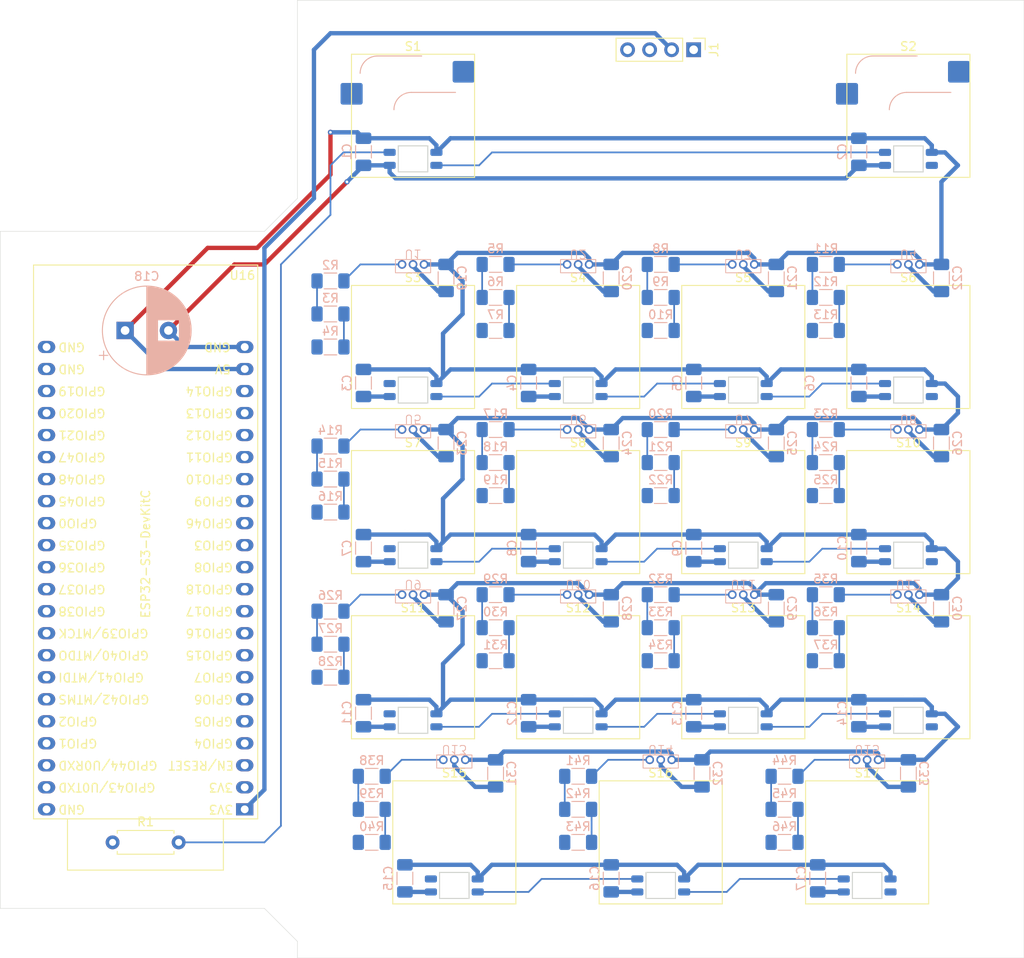
<source format=kicad_pcb>
(kicad_pcb (version 20241229) (generator "pcbnew") (generator_version "9.0")
  (layers (0 "F.Cu" signal) (2 "B.Cu" signal) (13 "F.Paste" user) (15 "B.Paste" user) (5 "F.SilkS" user "F.Silkscreen") (7 "B.SilkS" user "B.Silkscreen") (1 "F.Mask" user) (3 "B.Mask" user) (25 "Edge.Cuts" user))
  (net 0 "")
  (net 1 "GND")
  (net 2 "5V")
  (net 3 "Net-(D1-DIN)")
  (net 4 "Net-(D1-DOUT)")
  (net 5 "Net-(D2-DOUT)")
  (net 6 "Net-(D3-DOUT)")
  (net 7 "Net-(D4-DOUT)")
  (net 8 "Net-(D5-DOUT)")
  (net 9 "Net-(D6-DOUT)")
  (net 10 "Net-(D7-DOUT)")
  (net 11 "Net-(D8-DOUT)")
  (net 12 "Net-(D10-DIN)")
  (net 13 "Net-(D10-DOUT)")
  (net 14 "Net-(D11-DOUT)")
  (net 15 "Net-(D12-DOUT)")
  (net 16 "Net-(D13-DOUT)")
  (net 17 "Net-(D14-DOUT)")
  (net 18 "Net-(D15-DOUT)")
  (net 19 "Net-(D16-DOUT)")
  (net 21 "SCL")
  (net 22 "SDA")
  (net 23 "3.3V")
  (net 24 "DIN (LED)")
  (net 25 "1")
  (net 26 "Net-(U1-DOUT)")
  (net 27 "Net-(R3-Pad2)")
  (net 28 "Net-(U2-DOUT)")
  (net 29 "2")
  (net 30 "Net-(R6-Pad2)")
  (net 31 "Net-(U3-DOUT)")
  (net 32 "3")
  (net 33 "Net-(R10-Pad2)")
  (net 34 "Net-(U4-DOUT)")
  (net 35 "4")
  (net 36 "Net-(R12-Pad2)")
  (net 37 "Net-(U5-DOUT)")
  (net 38 "5")
  (net 39 "Net-(R15-Pad2)")
  (net 40 "Net-(U6-DOUT)")
  (net 41 "6")
  (net 42 "Net-(R18-Pad2)")
  (net 43 "Net-(U7-DOUT)")
  (net 44 "7")
  (net 45 "Net-(R21-Pad2)")
  (net 46 "Net-(U8-DOUT)")
  (net 47 "8")
  (net 48 "Net-(R24-Pad2)")
  (net 49 "9")
  (net 50 "Net-(U9-DOUT)")
  (net 51 "Net-(R27-Pad2)")
  (net 52 "10")
  (net 53 "Net-(U10-DOUT)")
  (net 54 "Net-(R30-Pad2)")
  (net 55 "11")
  (net 56 "Net-(U11-DOUT)")
  (net 57 "Net-(R33-Pad2)")
  (net 58 "Net-(U12-DOUT)")
  (net 59 "12")
  (net 60 "Net-(R36-Pad2)")
  (net 61 "13")
  (net 62 "Net-(U13-DOUT)")
  (net 63 "Net-(R39-Pad2)")
  (net 64 "14")
  (net 65 "Net-(U14-DOUT)")
  (net 66 "Net-(R42-Pad2)")
  (net 67 "15")
  (net 68 "Net-(U15-DOUT)")
  (net 69 "Net-(R45-Pad2)")
  (net 70 "ST1")
  (net 71 "ST2")
  (footprint "Sensor_Magnetic:SS49E_Back" (layer "F.Cu") (at 238.125 76.4)
    (property "Reference" "U8")
    (property "Value" "~")
  )
  (footprint "ScottoKeebs_MX:MX_HE_PCB_1.00u" (layer "F.Cu") (at 219.075 66.675)
    (property "Reference" "S5")
    (property "Value" "HE Switch")
  )
  (footprint "Sensor_Magnetic:SS49E_Back" (layer "F.Cu") (at 200.025 95.45)
    (property "Reference" "U10")
    (property "Value" "~")
  )
  (footprint "Resistor_SMD:R_1206_3216Metric_Pad1.30x1.75mm_HandSolder_BACK" (layer "F.Cu") (at 209.55 99.06)
    (property "Reference" "R33")
    (property "Value" "1kΩ")
  )
  (footprint "Resistor_SMD:R_1206_3216Metric_Pad1.30x1.75mm_HandSolder_BACK" (layer "F.Cu") (at 171.45 59.055)
    (property "Reference" "R2")
    (property "Value" "1kΩ")
  )
  (footprint "ScottoKeebs_Components:LED_SK6812MINI" (layer "F.Cu") (at 238.125 71.645)
    (property "Reference" "D6" (hide yes))
    (property "Value" "LED_SK6812MINI" (hide yes))
    (fp_line (start -1.7 -1.5) (end 1.7 -1.5) (stroke (width 0.12)) (layer "Edge.Cuts"))
    (fp_line (start -1.7 1.5) (end -1.7 -1.5) (stroke (width 0.12)) (layer "Edge.Cuts"))
    (fp_line (start 1.7 -1.5) (end 1.7 1.5) (stroke (width 0.12)) (layer "Edge.Cuts"))
    (fp_line (start 1.7 1.5) (end -1.7 1.5) (stroke (width 0.12)) (layer "Edge.Cuts"))
  )
  (footprint "Resistor_SMD:R_1206_3216Metric_Pad1.30x1.75mm_HandSolder_BACK" (layer "F.Cu") (at 190.5 76.2)
    (property "Reference" "R17")
    (property "Value" "1kΩ")
  )
  (footprint "Resistor_SMD:R_1206_3216Metric_Pad1.30x1.75mm_HandSolder_BACK" (layer "F.Cu") (at 200.025 123.825)
    (property "Reference" "R43")
    (property "Value" "1kΩ")
  )
  (footprint "ScottoKeebs_MX:MX_HE_PCB_1.25u" (layer "F.Cu") (at 185.7375 123.825)
    (property "Reference" "S15")
    (property "Value" "HE Switch")
  )
  (footprint "Capacitor_SMD:C_1206_3216Metric_Pad1.33x1.80mm_HandSolder_BACK" (layer "F.Cu") (at 203.835 77.7625 -90)
    (property "Reference" "C24")
    (property "Value" "0.1uf")
  )
  (footprint "ScottoKeebs_Hotswap:Hotswap_MX_1.00u" (layer "F.Cu") (at 238.125 40.005)
    (property "Reference" "S2")
    (property "Value" "Keyswitch")
  )
  (footprint "Resistor_SMD:R_1206_3216Metric_Pad1.30x1.75mm_HandSolder_BACK" (layer "F.Cu") (at 228.6 99.06)
    (property "Reference" "R36")
    (property "Value" "1kΩ")
  )
  (footprint "ScottoKeebs_MX:MX_HE_PCB_1.00u" (layer "F.Cu") (at 180.975 66.675)
    (property "Reference" "S3")
    (property "Value" "HE Switch")
  )
  (footprint "ScottoKeebs_Components:LED_SK6812MINI" (layer "F.Cu") (at 238.125 90.695)
    (property "Reference" "D10" (hide yes))
    (property "Value" "LED_SK6812MINI" (hide yes))
    (fp_line (start -1.7 -1.5) (end 1.7 -1.5) (stroke (width 0.12)) (layer "Edge.Cuts"))
    (fp_line (start -1.7 1.5) (end -1.7 -1.5) (stroke (width 0.12)) (layer "Edge.Cuts"))
    (fp_line (start 1.7 -1.5) (end 1.7 1.5) (stroke (width 0.12)) (layer "Edge.Cuts"))
    (fp_line (start 1.7 1.5) (end -1.7 1.5) (stroke (width 0.12)) (layer "Edge.Cuts"))
  )
  (footprint "Capacitor_SMD:C_1206_3216Metric_Pad1.33x1.80mm_HandSolder_BACK" (layer "F.Cu") (at 194.31 70.8275 -90)
    (property "Reference" "C4")
    (property "Value" "0.1uf")
  )
  (footprint "Resistor_SMD:R_1206_3216Metric_Pad1.30x1.75mm_HandSolder_BACK" (layer "F.Cu") (at 200.025 116.205)
    (property "Reference" "R41")
    (property "Value" "1kΩ")
  )
  (footprint "Resistor_SMD:R_1206_3216Metric_Pad1.30x1.75mm_HandSolder_BACK" (layer "F.Cu") (at 228.6 80.01)
    (property "Reference" "R24")
    (property "Value" "1kΩ")
  )
  (footprint "Resistor_SMD:R_1206_3216Metric_Pad1.30x1.75mm_HandSolder_BACK" (layer "F.Cu") (at 209.55 83.82)
    (property "Reference" "R22")
    (property "Value" "1kΩ")
  )
  (footprint "Capacitor_SMD:C_1206_3216Metric_Pad1.33x1.80mm_HandSolder_BACK" (layer "F.Cu") (at 238.125 115.8625 -90)
    (property "Reference" "C33")
    (property "Value" "0.1uf")
  )
  (footprint "Capacitor_SMD:C_1206_3216Metric_Pad1.33x1.80mm_HandSolder_BACK" (layer "F.Cu") (at 241.935 96.8125 -90)
    (property "Reference" "C30")
    (property "Value" "0.1uf")
  )
  (footprint "Resistor_SMD:R_1206_3216Metric_Pad1.30x1.75mm_HandSolder_BACK" (layer "F.Cu") (at 228.6 64.77)
    (property "Reference" "R13")
    (property "Value" "1kΩ")
  )
  (footprint "Resistor_SMD:R_1206_3216Metric_Pad1.30x1.75mm_HandSolder_BACK" (layer "F.Cu") (at 190.5 60.96)
    (property "Reference" "R6")
    (property "Value" "1kΩ")
  )
  (footprint "ScottoKeebs_Components:LED_SK6812MINI" (layer "F.Cu") (at 200.025 109.745)
    (property "Reference" "D12" (hide yes))
    (property "Value" "LED_SK6812MINI" (hide yes))
    (fp_line (start -1.7 -1.5) (end 1.7 -1.5) (stroke (width 0.12)) (layer "Edge.Cuts"))
    (fp_line (start -1.7 1.5) (end -1.7 -1.5) (stroke (width 0.12)) (layer "Edge.Cuts"))
    (fp_line (start 1.7 -1.5) (end 1.7 1.5) (stroke (width 0.12)) (layer "Edge.Cuts"))
    (fp_line (start 1.7 1.5) (end -1.7 1.5) (stroke (width 0.12)) (layer "Edge.Cuts"))
  )
  (footprint "ScottoKeebs_MX:MX_HE_PCB_1.00u" (layer "F.Cu") (at 200.025 66.675)
    (property "Reference" "S4")
    (property "Value" "HE Switch")
  )
  (footprint "Capacitor_SMD:C_1206_3216Metric_Pad1.33x1.80mm_HandSolder_BACK" (layer "F.Cu") (at 190.5 115.8625 -90)
    (property "Reference" "C31")
    (property "Value" "0.1uf")
  )
  (footprint "Capacitor_SMD:C_1206_3216Metric_Pad1.33x1.80mm_HandSolder_BACK" (layer "F.Cu") (at 222.885 77.7625 -90)
    (property "Reference" "C25")
    (property "Value" "0.1uf")
  )
  (footprint "Sensor_Magnetic:SS49E_Back" (layer "F.Cu") (at 180.975 76.4)
    (property "Reference" "U5")
    (property "Value" "~")
  )
  (footprint "Capacitor_SMD:C_1206_3216Metric_Pad1.33x1.80mm_HandSolder_BACK" (layer "F.Cu") (at 222.885 58.7125 -90)
    (property "Reference" "C21")
    (property "Value" "0.1uf")
  )
  (footprint "Resistor_SMD:R_1206_3216Metric_Pad1.30x1.75mm_HandSolder_BACK" (layer "F.Cu") (at 200.025 120.015)
    (property "Reference" "R42")
    (property "Value" "1kΩ")
  )
  (footprint "Capacitor_SMD:C_1206_3216Metric_Pad1.33x1.80mm_HandSolder_BACK" (layer "F.Cu") (at 184.785 58.7125 -90)
    (property "Reference" "C19")
    (property "Value" "0.1uf")
  )
  (footprint "Capacitor_SMD:C_1206_3216Metric_Pad1.33x1.80mm_HandSolder_BACK" (layer "F.Cu") (at 203.835 127.9775 -90)
    (property "Reference" "C16")
    (property "Value" "0.1uf")
  )
  (footprint "Capacitor_SMD:C_1206_3216Metric_Pad1.33x1.80mm_HandSolder_BACK" (layer "F.Cu") (at 241.935 58.7125 -90)
    (property "Reference" "C22")
    (property "Value" "0.1uf")
  )
  (footprint "Capacitor_SMD:C_1206_3216Metric_Pad1.33x1.80mm_HandSolder_BACK" (layer "F.Cu") (at 180.0352 127.9775 -90)
    (property "Reference" "C15")
    (property "Value" "0.1uf")
  )
  (footprint "Resistor_THT:R_Axial_DIN0207_L6.3mm_D2.5mm_P7.62mm_Horizontal" (layer "F.Cu") (at 146.315 123.825)
    (property "Reference" "R1")
    (property "Value" "220Ω")
  )
  (footprint "Capacitor_SMD:C_1206_3216Metric_Pad1.33x1.80mm_HandSolder_BACK" (layer "F.Cu") (at 213.36 70.8275 -90)
    (property "Reference" "C5")
    (property "Value" "0.1uf")
  )
  (footprint "Resistor_SMD:R_1206_3216Metric_Pad1.30x1.75mm_HandSolder_BACK" (layer "F.Cu") (at 223.8375 120.015)
    (property "Reference" "R45")
    (property "Value" "1kΩ")
  )
  (footprint "Resistor_SMD:R_1206_3216Metric_Pad1.30x1.75mm_HandSolder_BACK" (layer "F.Cu") (at 209.55 102.87)
    (property "Reference" "R34")
    (property "Value" "1kΩ")
  )
  (footprint "ScottoKeebs_MX:MX_HE_PCB_1.00u" (layer "F.Cu") (at 180.975 104.775)
    (property "Reference" "S11")
    (property "Value" "HE Switch")
  )
  (footprint "Capacitor_SMD:C_1206_3216Metric_Pad1.33x1.80mm_HandSolder_BACK" (layer "F.Cu") (at 194.31 89.8775 -90)
    (property "Reference" "C8")
    (property "Value" "0.1uf")
  )
  (footprint "Capacitor_SMD:C_1206_3216Metric_Pad1.33x1.80mm_HandSolder_BACK" (layer "F.Cu") (at 213.36 108.9275 -90)
    (property "Reference" "C13")
    (property "Value" "0.1uf")
  )
  (footprint "Resistor_SMD:R_1206_3216Metric_Pad1.30x1.75mm_HandSolder_BACK" (layer "F.Cu") (at 190.5 80.01)
    (property "Reference" "R18")
    (property "Value" "1kΩ")
  )
  (footprint "ScottoKeebs_Components:LED_SK6812MINI" (layer "F.Cu") (at 180.975 109.745)
    (property "Reference" "D11" (hide yes))
    (property "Value" "LED_SK6812MINI" (hide yes))
    (fp_line (start -1.7 -1.5) (end 1.7 -1.5) (stroke (width 0.12)) (layer "Edge.Cuts"))
    (fp_line (start -1.7 1.5) (end -1.7 -1.5) (stroke (width 0.12)) (layer "Edge.Cuts"))
    (fp_line (start 1.7 -1.5) (end 1.7 1.5) (stroke (width 0.12)) (layer "Edge.Cuts"))
    (fp_line (start 1.7 1.5) (end -1.7 1.5) (stroke (width 0.12)) (layer "Edge.Cuts"))
  )
  (footprint "Sensor_Magnetic:SS49E_Back" (layer "F.Cu") (at 219.075 57.35)
    (property "Reference" "U3")
    (property "Value" "~")
  )
  (footprint "ScottoKeebs_MX:MX_HE_PCB_1.00u" (layer "F.Cu") (at 238.125 66.675)
    (property "Reference" "S6")
    (property "Value" "HE Switch")
  )
  (footprint "Resistor_SMD:R_1206_3216Metric_Pad1.30x1.75mm_HandSolder_BACK" (layer "F.Cu") (at 228.6 102.87)
    (property "Reference" "R37")
    (property "Value" "1kΩ")
  )
  (footprint "Sensor_Magnetic:SS49E_Back" (layer "F.Cu") (at 200.025 76.4)
    (property "Reference" "U6")
    (property "Value" "~")
  )
  (footprint "ScottoKeebs_Components:LED_SK6812MINI" (layer "F.Cu") (at 200.025 71.645)
    (property "Reference" "D4" (hide yes))
    (property "Value" "LED_SK6812MINI" (hide yes))
    (fp_line (start -1.7 -1.5) (end 1.7 -1.5) (stroke (width 0.12)) (layer "Edge.Cuts"))
    (fp_line (start -1.7 1.5) (end -1.7 -1.5) (stroke (width 0.12)) (layer "Edge.Cuts"))
    (fp_line (start 1.7 -1.5) (end 1.7 1.5) (stroke (width 0.12)) (layer "Edge.Cuts"))
    (fp_line (start 1.7 1.5) (end -1.7 1.5) (stroke (width 0.12)) (layer "Edge.Cuts"))
  )
  (footprint "ScottoKeebs_Components:LED_SK6812MINI" (layer "F.Cu") (at 233.3625 128.795)
    (property "Reference" "D17" (hide yes))
    (property "Value" "LED_SK6812MINI" (hide yes))
    (fp_line (start -1.7 -1.5) (end 1.7 -1.5) (stroke (width 0.12)) (layer "Edge.Cuts"))
    (fp_line (start -1.7 1.5) (end -1.7 -1.5) (stroke (width 0.12)) (layer "Edge.Cuts"))
    (fp_line (start 1.7 -1.5) (end 1.7 1.5) (stroke (width 0.12)) (layer "Edge.Cuts"))
    (fp_line (start 1.7 1.5) (end -1.7 1.5) (stroke (width 0.12)) (layer "Edge.Cuts"))
  )
  (footprint "Capacitor_SMD:C_1206_3216Metric_Pad1.33x1.80mm_HandSolder_BACK" (layer "F.Cu") (at 214.3125 115.8625 -90)
    (property "Reference" "C32")
    (property "Value" "0.1uf")
  )
  (footprint "Capacitor_SMD:C_1206_3216Metric_Pad1.33x1.80mm_HandSolder_BACK" (layer "F.Cu") (at 175.26 108.9275 -90)
    (property "Reference" "C11")
    (property "Value" "0.1uf")
  )
  (footprint "Resistor_SMD:R_1206_3216Metric_Pad1.30x1.75mm_HandSolder_BACK" (layer "F.Cu") (at 171.45 78.105)
    (property "Reference" "R14")
    (property "Value" "1kΩ")
  )
  (footprint "Sensor_Magnetic:SS49E_Back" (layer "F.Cu") (at 238.125 95.45)
    (property "Reference" "U12")
    (property "Value" "~")
  )
  (footprint "ScottoKeebs_Components:LED_SK6812MINI" (layer "F.Cu") (at 219.075 71.645)
    (property "Reference" "D5" (hide yes))
    (property "Value" "LED_SK6812MINI" (hide yes))
    (fp_line (start -1.7 -1.5) (end 1.7 -1.5) (stroke (width 0.12)) (layer "Edge.Cuts"))
    (fp_line (start -1.7 1.5) (end -1.7 -1.5) (stroke (width 0.12)) (layer "Edge.Cuts"))
    (fp_line (start 1.7 -1.5) (end 1.7 1.5) (stroke (width 0.12)) (layer "Edge.Cuts"))
    (fp_line (start 1.7 1.5) (end -1.7 1.5) (stroke (width 0.12)) (layer "Edge.Cuts"))
  )
  (footprint "ScottoKeebs_MX:MX_HE_PCB_1.25u" (layer "F.Cu") (at 233.3625 123.825)
    (property "Reference" "S17")
    (property "Value" "HE Switch")
  )
  (footprint "Capacitor_SMD:C_1206_3216Metric_Pad1.33x1.80mm_HandSolder_BACK" (layer "F.Cu") (at 184.785 96.8125 -90)
    (property "Reference" "C27")
    (property "Value" "0.1uf")
  )
  (footprint "Capacitor_SMD:C_1206_3216Metric_Pad1.33x1.80mm_HandSolder_BACK" (layer "F.Cu") (at 232.41 108.9275 -90)
    (property "Reference" "C14")
    (property "Value" "0.1uf")
  )
  (footprint "Capacitor_SMD:C_1206_3216Metric_Pad1.33x1.80mm_HandSolder_BACK" (layer "F.Cu") (at 203.835 96.8125 -90)
    (property "Reference" "C28")
    (property "Value" "0.1uf")
  )
  (footprint "ScottoKeebs_MX:MX_HE_PCB_1.00u" (layer "F.Cu") (at 238.125 85.725)
    (property "Reference" "S10")
    (property "Value" "HE Switch")
  )
  (footprint "Sensor_Magnetic:SS49E_Back" (layer "F.Cu") (at 200.025 57.35)
    (property "Reference" "U2")
    (property "Value" "~")
  )
  (footprint "ScottoKeebs_MX:MX_HE_PCB_1.00u" (layer "F.Cu") (at 200.025 104.775)
    (property "Reference" "S12")
    (property "Value" "HE Switch")
  )
  (footprint "Sensor_Magnetic:SS49E_Back" (layer "F.Cu") (at 219.075 76.4)
    (property "Reference" "U7")
    (property "Value" "~")
  )
  (footprint "Resistor_SMD:R_1206_3216Metric_Pad1.30x1.75mm_HandSolder_BACK" (layer "F.Cu") (at 190.5 95.25)
    (property "Reference" "R29")
    (property "Value" "1kΩ")
  )
  (footprint "Resistor_SMD:R_1206_3216Metric_Pad1.30x1.75mm_HandSolder_BACK" (layer "F.Cu") (at 190.5 99.06)
    (property "Reference" "R30")
    (property "Value" "1kΩ")
  )
  (footprint "Sensor_Magnetic:SS49E_Back" (layer "F.Cu") (at 209.55 114.5)
    (property "Reference" "U14")
    (property "Value" "~")
  )
  (footprint "Capacitor_SMD:C_1206_3216Metric_Pad1.33x1.80mm_HandSolder_BACK" (layer "F.Cu") (at 175.26 44.1575 -90)
    (property "Reference" "C1")
    (property "Value" "0.1uf")
  )
  (footprint "Connector_PinHeader_2.54mm:PinHeader_1x04_P2.54mm_Vertical" (layer "F.Cu") (at 213.35 32.385 -90)
    (property "Reference" "J1")
    (property "Value" "I2C OLED")
  )
  (footprint "Resistor_SMD:R_1206_3216Metric_Pad1.30x1.75mm_HandSolder_BACK" (layer "F.Cu") (at 209.55 64.77)
    (property "Reference" "R10")
    (property "Value" "1kΩ")
  )
  (footprint "ScottoKeebs_Components:LED_SK6812MINI" (layer "F.Cu") (at 180.975 44.97)
    (property "Reference" "D1" (hide yes))
    (property "Value" "LED_SK6812MINI" (hide yes))
    (fp_line (start -1.7 -1.5) (end 1.7 -1.5) (stroke (width 0.12)) (layer "Edge.Cuts"))
    (fp_line (start -1.7 1.5) (end -1.7 -1.5) (stroke (width 0.12)) (layer "Edge.Cuts"))
    (fp_line (start 1.7 -1.5) (end 1.7 1.5) (stroke (width 0.12)) (layer "Edge.Cuts"))
    (fp_line (start 1.7 1.5) (end -1.7 1.5) (stroke (width 0.12)) (layer "Edge.Cuts"))
  )
  (footprint "Resistor_SMD:R_1206_3216Metric_Pad1.30x1.75mm_HandSolder_BACK" (layer "F.Cu") (at 228.6 57.15)
    (property "Reference" "R11")
    (property "Value" "1kΩ")
  )
  (footprint "ScottoKeebs_Components:LED_SK6812MINI" (layer "F.Cu") (at 238.125 109.745)
    (property "Reference" "D14" (hide yes))
    (property "Value" "LED_SK6812MINI" (hide yes))
    (fp_line (start -1.7 -1.5) (end 1.7 -1.5) (stroke (width 0.12)) (layer "Edge.Cuts"))
    (fp_line (start -1.7 1.5) (end -1.7 -1.5) (stroke (width 0.12)) (layer "Edge.Cuts"))
    (fp_line (start 1.7 -1.5) (end 1.7 1.5) (stroke (width 0.12)) (layer "Edge.Cuts"))
    (fp_line (start 1.7 1.5) (end -1.7 1.5) (stroke (width 0.12)) (layer "Edge.Cuts"))
  )
  (footprint "Resistor_SMD:R_1206_3216Metric_Pad1.30x1.75mm_HandSolder_BACK" (layer "F.Cu") (at 171.45 85.725)
    (property "Reference" "R16")
    (property "Value" "1kΩ")
  )
  (footprint "Resistor_SMD:R_1206_3216Metric_Pad1.30x1.75mm_HandSolder_BACK" (layer "F.Cu") (at 228.6 76.2)
    (property "Reference" "R23")
    (property "Value" "1kΩ")
  )
  (footprint "Resistor_SMD:R_1206_3216Metric_Pad1.30x1.75mm_HandSolder_BACK" (layer "F.Cu") (at 209.55 76.2)
    (property "Reference" "R20")
    (property "Value" "1kΩ")
  )
  (footprint "Capacitor_SMD:C_1206_3216Metric_Pad1.33x1.80mm_HandSolder_BACK" (layer "F.Cu") (at 232.41 44.1575 -90)
    (property "Reference" "C2")
    (property "Value" "0.1uf")
  )
  (footprint "Resistor_SMD:R_1206_3216Metric_Pad1.30x1.75mm_HandSolder_BACK" (layer "F.Cu") (at 209.55 95.25)
    (property "Reference" "R32")
    (property "Value" "1kΩ")
  )
  (footprint "ScottoKeebs_MX:MX_HE_PCB_1.00u" (layer "F.Cu") (at 180.975 85.725)
    (property "Reference" "S7")
    (property "Value" "HE Switch")
  )
  (footprint "Resistor_SMD:R_1206_3216Metric_Pad1.30x1.75mm_HandSolder_BACK" (layer "F.Cu") (at 223.8375 123.825)
    (property "Reference" "R46")
    (property "Value" "1kΩ")
  )
  (footprint "ScottoKeebs_Components:LED_SK6812MINI" (layer "F.Cu") (at 238.125 44.975)
    (property "Reference" "D2" (hide yes))
    (property "Value" "LED_SK6812MINI" (hide yes))
    (fp_line (start -1.7 -1.5) (end 1.7 -1.5) (stroke (width 0.12)) (layer "Edge.Cuts"))
    (fp_line (start -1.7 1.5) (end -1.7 -1.5) (stroke (width 0.12)) (layer "Edge.Cuts"))
    (fp_line (start 1.7 -1.5) (end 1.7 1.5) (stroke (width 0.12)) (layer "Edge.Cuts"))
    (fp_line (start 1.7 1.5) (end -1.7 1.5) (stroke (width 0.12)) (layer "Edge.Cuts"))
  )
  (footprint "Capacitor_SMD:C_1206_3216Metric_Pad1.33x1.80mm_HandSolder_BACK" (layer "F.Cu") (at 232.41 89.8775 -90)
    (property "Reference" "C10")
    (property "Value" "0.1uf")
  )
  (footprint "Capacitor_SMD:C_1206_3216Metric_Pad1.33x1.80mm_HandSolder_BACK" (layer "F.Cu") (at 213.36 89.8775 -90)
    (property "Reference" "C9")
    (property "Value" "0.1uf")
  )
  (footprint "Resistor_SMD:R_1206_3216Metric_Pad1.30x1.75mm_HandSolder_BACK" (layer "F.Cu") (at 228.6 95.25)
    (property "Reference" "R35")
    (property "Value" "1kΩ")
  )
  (footprint "Resistor_SMD:R_1206_3216Metric_Pad1.30x1.75mm_HandSolder_BACK" (layer "F.Cu") (at 209.55 60.96)
    (property "Reference" "R9")
    (property "Value" "1kΩ")
  )
  (footprint "Capacitor_SMD:C_1206_3216Metric_Pad1.33x1.80mm_HandSolder_BACK" (layer "F.Cu") (at 175.26 70.8275 -90)
    (property "Reference" "C3")
    (property "Value" "0.1uf")
  )
  (footprint "ScottoKeebs_Components:LED_SK6812MINI" (layer "F.Cu") (at 209.55 128.795)
    (property "Reference" "D16" (hide yes))
    (property "Value" "LED_SK6812MINI" (hide yes))
    (fp_line (start -1.7 -1.5) (end 1.7 -1.5) (stroke (width 0.12)) (layer "Edge.Cuts"))
    (fp_line (start -1.7 1.5) (end -1.7 -1.5) (stroke (width 0.12)) (layer "Edge.Cuts"))
    (fp_line (start 1.7 -1.5) (end 1.7 1.5) (stroke (width 0.12)) (layer "Edge.Cuts"))
    (fp_line (start 1.7 1.5) (end -1.7 1.5) (stroke (width 0.12)) (layer "Edge.Cuts"))
  )
  (footprint "Capacitor_THT:CP_Radial_D10.0mm_P5.00mm" (layer "F.Cu") (at 147.757323 64.77)
    (property "Reference" "C18")
    (property "Value" "1000uf")
  )
  (footprint "Resistor_SMD:R_1206_3216Metric_Pad1.30x1.75mm_HandSolder_BACK" (layer "F.Cu") (at 176.2125 116.205)
    (property "Reference" "R38")
    (property "Value" "1kΩ")
  )
  (footprint "ScottoKeebs_Components:LED_SK6812MINI" (layer "F.Cu") (at 185.7375 128.795)
    (property "Reference" "D15" (hide yes))
    (property "Value" "LED_SK6812MINI" (hide yes))
    (fp_line (start -1.7 -1.5) (end 1.7 -1.5) (stroke (width 0.12)) (layer "Edge.Cuts"))
    (fp_line (start -1.7 1.5) (end -1.7 -1.5) (stroke (width 0.12)) (layer "Edge.Cuts"))
    (fp_line (start 1.7 -1.5) (end 1.7 1.5) (stroke (width 0.12)) (layer "Edge.Cuts"))
    (fp_line (start 1.7 1.5) (end -1.7 1.5) (stroke (width 0.12)) (layer "Edge.Cuts"))
  )
  (footprint "Sensor_Magnetic:SS49E_Back" (layer "F.Cu") (at 180.975 95.45)
    (property "Reference" "U9")
    (property "Value" "~")
  )
  (footprint "Capacitor_SMD:C_1206_3216Metric_Pad1.33x1.80mm_HandSolder_BACK" (layer "F.Cu") (at 194.31 108.9275 -90)
    (property "Reference" "C12")
    (property "Value" "0.1uf")
  )
  (footprint "Resistor_SMD:R_1206_3216Metric_Pad1.30x1.75mm_HandSolder_BACK" (layer "F.Cu") (at 171.45 97.155)
    (property "Reference" "R26")
    (property "Value" "1kΩ")
  )
  (footprint "ScottoKeebs_Hotswap:Hotswap_MX_1.00u" (layer "F.Cu") (at 180.975 40.005)
    (property "Reference" "S1")
    (property "Value" "Keyswitch")
  )
  (footprint "Resistor_SMD:R_1206_3216Metric_Pad1.30x1.75mm_HandSolder_BACK" (layer "F.Cu") (at 176.2125 120.015)
    (property "Reference" "R39")
    (property "Value" "1kΩ")
  )
  (footprint "Resistor_SMD:R_1206_3216Metric_Pad1.30x1.75mm_HandSolder_BACK" (layer "F.Cu") (at 190.5 64.77)
    (property "Reference" "R7")
    (property "Value" "1kΩ")
  )
  (footprint "ScottoKeebs_Components:LED_SK6812MINI" (layer "F.Cu") (at 200.025 90.695)
    (property "Reference" "D8" (hide yes))
    (property "Value" "LED_SK6812MINI" (hide yes))
    (fp_line (start -1.7 -1.5) (end 1.7 -1.5) (stroke (width 0.12)) (layer "Edge.Cuts"))
    (fp_line (start -1.7 1.5) (end -1.7 -1.5) (stroke (width 0.12)) (layer "Edge.Cuts"))
    (fp_line (start 1.7 -1.5) (end 1.7 1.5) (stroke (width 0.12)) (layer "Edge.Cuts"))
    (fp_line (start 1.7 1.5) (end -1.7 1.5) (stroke (width 0.12)) (layer "Edge.Cuts"))
  )
  (footprint "ScottoKeebs_MX:MX_HE_PCB_1.00u" (layer "F.Cu") (at 238.125 104.775)
    (property "Reference" "S14")
    (property "Value" "HE Switch")
  )
  (footprint "Sensor_Magnetic:SS49E_Back" (layer "F.Cu") (at 180.975 57.35)
    (property "Reference" "U1")
    (property "Value" "~")
  )
  (footprint "ScottoKeebs_Components:LED_SK6812MINI" (layer "F.Cu") (at 219.075 90.695)
    (property "Reference" "D9" (hide yes))
    (property "Value" "LED_SK6812MINI" (hide yes))
    (fp_line (start -1.7 -1.5) (end 1.7 -1.5) (stroke (width 0.12)) (layer "Edge.Cuts"))
    (fp_line (start -1.7 1.5) (end -1.7 -1.5) (stroke (width 0.12)) (layer "Edge.Cuts"))
    (fp_line (start 1.7 -1.5) (end 1.7 1.5) (stroke (width 0.12)) (layer "Edge.Cuts"))
    (fp_line (start 1.7 1.5) (end -1.7 1.5) (stroke (width 0.12)) (layer "Edge.Cuts"))
  )
  (footprint "Resistor_SMD:R_1206_3216Metric_Pad1.30x1.75mm_HandSolder_BACK" (layer "F.Cu") (at 223.8375 116.205)
    (property "Reference" "R44")
    (property "Value" "1kΩ")
  )
  (footprint "PCM_Espressif:ESP32-S3-DevKitC" (layer "F.Cu") (at 161.555 120.015 180)
    (property "Reference" "U16")
    (property "Value" "ESP32-S3-DevKitC")
  )
  (footprint "Resistor_SMD:R_1206_3216Metric_Pad1.30x1.75mm_HandSolder_BACK" (layer "F.Cu") (at 209.55 80.01)
    (property "Reference" "R21")
    (property "Value" "1kΩ")
  )
  (footprint "Sensor_Magnetic:SS49E_Back" (layer "F.Cu") (at 185.7375 114.5)
    (property "Reference" "U13")
    (property "Value" "~")
  )
  (footprint "Resistor_SMD:R_1206_3216Metric_Pad1.30x1.75mm_HandSolder_BACK" (layer "F.Cu") (at 171.45 100.965)
    (property "Reference" "R27")
    (property "Value" "1kΩ")
  )
  (footprint "ScottoKeebs_Components:LED_SK6812MINI" (layer "F.Cu") (at 180.975 71.645)
    (property "Reference" "D3" (hide yes))
    (property "Value" "LED_SK6812MINI" (hide yes))
    (fp_line (start -1.7 -1.5) (end 1.7 -1.5) (stroke (width 0.12)) (layer "Edge.Cuts"))
    (fp_line (start -1.7 1.5) (end -1.7 -1.5) (stroke (width 0.12)) (layer "Edge.Cuts"))
    (fp_line (start 1.7 -1.5) (end 1.7 1.5) (stroke (width 0.12)) (layer "Edge.Cuts"))
    (fp_line (start 1.7 1.5) (end -1.7 1.5) (stroke (width 0.12)) (layer "Edge.Cuts"))
  )
  (footprint "Sensor_Magnetic:SS49E_Back" (layer "F.Cu") (at 238.125 57.35)
    (property "Reference" "U4")
    (property "Value" "~")
  )
  (footprint "Resistor_SMD:R_1206_3216Metric_Pad1.30x1.75mm_HandSolder_BACK" (layer "F.Cu") (at 228.6 60.96)
    (property "Reference" "R12")
    (property "Value" "1kΩ")
  )
  (footprint "Capacitor_SMD:C_1206_3216Metric_Pad1.33x1.80mm_HandSolder_BACK" (layer "F.Cu") (at 227.6602 127.9775 -90)
    (property "Reference" "C17")
    (property "Value" "0.1uf")
  )
  (footprint "Resistor_SMD:R_1206_3216Metric_Pad1.30x1.75mm_HandSolder_BACK" (layer "F.Cu") (at 171.45 104.775)
    (property "Reference" "R28")
    (property "Value" "1kΩ")
  )
  (footprint "Capacitor_SMD:C_1206_3216Metric_Pad1.33x1.80mm_HandSolder_BACK" (layer "F.Cu") (at 203.835 58.7125 -90)
    (property "Reference" "C20")
    (property "Value" "0.1uf")
  )
  (footprint "ScottoKeebs_MX:MX_HE_PCB_1.00u" (layer "F.Cu") (at 219.075 104.775)
    (property "Reference" "S13")
    (property "Value" "HE Switch")
  )
  (footprint "Capacitor_SMD:C_1206_3216Metric_Pad1.33x1.80mm_HandSolder_BACK" (layer "F.Cu") (at 175.26 89.8775 -90)
    (property "Reference" "C7")
    (property "Value" "0.1uf")
  )
  (footprint "Resistor_SMD:R_1206_3216Metric_Pad1.30x1.75mm_HandSolder_BACK" (layer "F.Cu") (at 190.5 102.87)
    (property "Reference" "R31")
    (property "Value" "1kΩ")
  )
  (footprint "ScottoKeebs_MX:MX_HE_PCB_1.00u" (layer "F.Cu") (at 200.025 85.725)
    (property "Reference" "S8")
    (property "Value" "HE Switch")
  )
  (footprint "Resistor_SMD:R_1206_3216Metric_Pad1.30x1.75mm_HandSolder_BACK" (layer "F.Cu") (at 228.6 83.82)
    (property "Reference" "R25")
    (property "Value" "1kΩ")
  )
  (footprint "Capacitor_SMD:C_1206_3216Metric_Pad1.33x1.80mm_HandSolder_BACK" (layer "F.Cu") (at 232.41 70.8275 -90)
    (property "Reference" "C6")
    (property "Value" "0.1uf")
  )
  (footprint "Sensor_Magnetic:SS49E_Back" (layer "F.Cu") (at 233.3625 114.5)
    (property "Reference" "U15")
    (property "Value" "~")
  )
  (footprint "Resistor_SMD:R_1206_3216Metric_Pad1.30x1.75mm_HandSolder_BACK" (layer "F.Cu") (at 171.45 62.865)
    (property "Reference" "R3")
    (property "Value" "1kΩ")
  )
  (footprint "Resistor_SMD:R_1206_3216Metric_Pad1.30x1.75mm_HandSolder_BACK" (layer "F.Cu") (at 176.2125 123.825)
    (property "Reference" "R40")
    (property "Value" "1kΩ")
  )
  (footprint "Capacitor_SMD:C_1206_3216Metric_Pad1.33x1.80mm_HandSolder_BACK" (layer "F.Cu") (at 241.935 77.7625 -90)
    (property "Reference" "C26")
    (property "Value" "0.1uf")
  )
  (footprint "Resistor_SMD:R_1206_3216Metric_Pad1.30x1.75mm_HandSolder_BACK" (layer "F.Cu") (at 171.45 66.675)
    (property "Reference" "R4")
    (property "Value" "1kΩ")
  )
  (footprint "Resistor_SMD:R_1206_3216Metric_Pad1.30x1.75mm_HandSolder_BACK" (layer "F.Cu") (at 190.5 57.15)
    (property "Reference" "R5")
    (property "Value" "1kΩ")
  )
  (footprint "Resistor_SMD:R_1206_3216Metric_Pad1.30x1.75mm_HandSolder_BACK" (layer "F.Cu") (at 171.45 81.915)
    (property "Reference" "R15")
    (property "Value" "1kΩ")
  )
  (footprint "ScottoKeebs_MX:MX_HE_PCB_1.00u" (layer "F.Cu") (at 219.075 85.725)
    (property "Reference" "S9")
    (property "Value" "HE Switch")
  )
  (footprint "Capacitor_SMD:C_1206_3216Metric_Pad1.33x1.80mm_HandSolder_BACK" (layer "F.Cu") (at 184.785 77.7625 -90)
    (property "Reference" "C23")
    (property "Value" "0.1uf")
  )
  (footprint "ScottoKeebs_MX:MX_HE_PCB_1.25u" (layer "F.Cu") (at 209.55 123.825)
    (property "Reference" "S16")
    (property "Value" "HE Switch")
  )
  (footprint "ScottoKeebs_Components:LED_SK6812MINI" (layer "F.Cu") (at 219.075 109.745)
    (property "Reference" "D13" (hide yes))
    (property "Value" "LED_SK6812MINI" (hide yes))
    (fp_line (start -1.7 -1.5) (end 1.7 -1.5) (stroke (width 0.12)) (layer "Edge.Cuts"))
    (fp_line (start -1.7 1.5) (end -1.7 -1.5) (stroke (width 0.12)) (layer "Edge.Cuts"))
    (fp_line (start 1.7 -1.5) (end 1.7 1.5) (stroke (width 0.12)) (layer "Edge.Cuts"))
    (fp_line (start 1.7 1.5) (end -1.7 1.5) (stroke (width 0.12)) (layer "Edge.Cuts"))
  )
  (footprint "Capacitor_SMD:C_1206_3216Metric_Pad1.33x1.80mm_HandSolder_BACK" (layer "F.Cu") (at 222.885 96.8125 -90)
    (property "Reference" "C29")
    (property "Value" "0.1uf")
  )
  (footprint "Sensor_Magnetic:SS49E_Back" (layer "F.Cu") (at 219.075 95.45)
    (property "Reference" "U11")
    (property "Value" "~")
  )
  (footprint "ScottoKeebs_Components:LED_SK6812MINI" (layer "F.Cu") (at 180.975 90.695)
    (property "Reference" "D7" (hide yes))
    (property "Value" "LED_SK6812MINI" (hide yes))
    (fp_line (start -1.7 -1.5) (end 1.7 -1.5) (stroke (width 0.12)) (layer "Edge.Cuts"))
    (fp_line (start -1.7 1.5) (end -1.7 -1.5) (stroke (width 0.12)) (layer "Edge.Cuts"))
    (fp_line (start 1.7 -1.5) (end 1.7 1.5) (stroke (width 0.12)) (layer "Edge.Cuts"))
    (fp_line (start 1.7 1.5) (end -1.7 1.5) (stroke (width 0.12)) (layer "Edge.Cuts"))
  )
  (footprint "Resistor_SMD:R_1206_3216Metric_Pad1.30x1.75mm_HandSolder_BACK" (layer "F.Cu") (at 190.5 83.82)
    (property "Reference" "R19")
    (property "Value" "1kΩ")
  )
  (footprint "Resistor_SMD:R_1206_3216Metric_Pad1.30x1.75mm_HandSolder_BACK" (layer "F.Cu") (at 209.55 57.15)
    (property "Reference" "R8")
    (property "Value" "1kΩ")
  )
  (gr_line (start 163.83 53.34) (end 133.35 53.34) (stroke (width 0.05)) (layer "Edge.Cuts"))
  (gr_line (start 167.64 135.255) (end 167.64 137.16) (stroke (width 0.05)) (layer "Edge.Cuts"))
  (gr_line (start 251.46 137.16) (end 251.46 26.67) (stroke (width 0.05)) (layer "Edge.Cuts"))
  (gr_line (start 163.83 131.445) (end 133.35 131.445) (stroke (width 0.05)) (layer "Edge.Cuts"))
  (gr_line (start 251.46 26.67) (end 167.64 26.67) (stroke (width 0.05)) (layer "Edge.Cuts"))
  (gr_line (start 167.64 49.53) (end 163.83 53.34) (stroke (width 0.05)) (layer "Edge.Cuts"))
  (gr_line (start 133.35 53.34) (end 133.35 131.445) (stroke (width 0.05)) (layer "Edge.Cuts"))
  (gr_line (start 163.83 131.445) (end 167.64 135.255) (stroke (width 0.05)) (layer "Edge.Cuts"))
  (gr_line (start 167.64 137.16) (end 251.46 137.16) (stroke (width 0.05)) (layer "Edge.Cuts"))
  (gr_line (start 167.64 26.67) (end 167.64 49.53) (stroke (width 0.05)) (layer "Edge.Cuts"))
  (segment (start 163.83 57.15) (end 173.355 47.625) (width 0.5) (layer "F.Cu") (net 1))
  (segment (start 160.377323 57.15) (end 163.83 57.15) (width 0.5) (layer "F.Cu") (net 1))
  (segment (start 152.757323 64.77) (end 160.377323 57.15) (width 0.5) (layer "F.Cu") (net 1))
  (via (at 173.355 47.625) (size 0.6) (drill 0.3) (layers "F.Cu" "B.Cu") (net 1))
  (segment (start 222.885 79.325) (end 221.985 79.325) (width 0.5) (layer "B.Cu") (net 1))
  (segment (start 178.27 110.49) (end 178.275 110.495) (width 0.5) (layer "B.Cu") (net 1))
  (segment (start 180.0402 129.545) (end 180.0352 129.54) (width 0.5) (layer "B.Cu") (net 1))
  (segment (start 238.125 76.415) (end 238.125 76.2) (width 0.5) (layer "B.Cu") (net 1))
  (segment (start 194.315 91.445) (end 194.31 91.44) (width 0.5) (layer "B.Cu") (net 1))
  (segment (start 216.375 72.395) (end 213.365 72.395) (width 0.5) (layer "B.Cu") (net 1))
  (segment (start 235.780394 117.425) (end 233.3625 115.007106) (width 0.5) (layer "B.Cu") (net 1))
  (segment (start 197.325 72.395) (end 194.315 72.395) (width 0.5) (layer "B.Cu") (net 1))
  (segment (start 211.967894 117.425) (end 209.55 115.007106) (width 0.5) (layer "B.Cu") (net 1))
  (segment (start 222.885 60.275) (end 221.985 60.275) (width 0.5) (layer "B.Cu") (net 1))
  (segment (start 219.075 57.365) (end 219.075 57.15) (width 0.5) (layer "B.Cu") (net 1))
  (segment (start 183.0375 129.545) (end 180.0402 129.545) (width 0.5) (layer "B.Cu") (net 1))
  (segment (start 235.425 91.445) (end 232.415 91.445) (width 0.5) (layer "B.Cu") (net 1))
  (segment (start 222.885 98.375) (end 221.985 98.375) (width 0.5) (layer "B.Cu") (net 1))
  (segment (start 214.3125 117.425) (end 211.967894 117.425) (width 0.5) (layer "B.Cu") (net 1))
  (segment (start 200.025 57.365) (end 200.025 57.15) (width 0.5) (layer "B.Cu") (net 1))
  (segment (start 209.55 115.007106) (end 209.55 114.3) (width 0.5) (layer "B.Cu") (net 1))
  (segment (start 183.885 60.275) (end 180.975 57.365) (width 0.5) (layer "B.Cu") (net 1))
  (segment (start 185.7375 115.007106) (end 185.7375 114.3) (width 0.5) (layer "B.Cu") (net 1))
  (segment (start 178.275 46.532074) (end 178.275 45.72) (width 0.5) (layer "B.Cu") (net 1))
  (segment (start 175.26 45.72) (end 178.275 45.72) (width 0.5) (layer "B.Cu") (net 1))
  (segment (start 219.075 76.415) (end 219.075 76.2) (width 0.5) (layer "B.Cu") (net 1))
  (segment (start 238.125 95.465) (end 238.125 95.25) (width 0.5) (layer "B.Cu") (net 1))
  (segment (start 216.375 91.445) (end 213.365 91.445) (width 0.5) (layer "B.Cu") (net 1))
  (segment (start 221.985 98.375) (end 219.075 95.465) (width 0.5) (layer "B.Cu") (net 1))
  (segment (start 178.275 91.445) (end 175.265 91.445) (width 0.5) (layer "B.Cu") (net 1))
  (segment (start 227.6652 129.545) (end 227.6602 129.54) (width 0.5) (layer "B.Cu") (net 1))
  (segment (start 184.785 98.375) (end 183.885 98.375) (width 0.5) (layer "B.Cu") (net 1))
  (segment (start 178.275 72.395) (end 175.265 72.395) (width 0.5) (layer "B.Cu") (net 1))
  (segment (start 194.315 72.395) (end 194.31 72.39) (width 0.5) (layer "B.Cu") (net 1))
  (segment (start 238.125 57.365) (end 238.125 57.15) (width 0.5) (layer "B.Cu") (net 1))
  (segment (start 202.935 60.275) (end 200.025 57.365) (width 0.5) (layer "B.Cu") (net 1))
  (segment (start 241.935 79.325) (end 241.035 79.325) (width 0.5) (layer "B.Cu") (net 1))
  (segment (start 190.5 117.425) (end 188.155394 117.425) (width 0.5) (layer "B.Cu") (net 1))
  (segment (start 202.935 98.375) (end 200.025 95.465) (width 0.5) (layer "B.Cu") (net 1))
  (segment (start 216.37 110.49) (end 216.375 110.495) (width 0.5) (layer "B.Cu") (net 1))
  (segment (start 232.41 45.72) (end 235.42 45.72) (width 0.5) (layer "B.Cu") (net 1))
  (segment (start 175.26 110.49) (end 178.27 110.49) (width 0.5) (layer "B.Cu") (net 1))
  (segment (start 175.265 91.445) (end 175.26 91.44) (width 0.5) (layer "B.Cu") (net 1))
  (segment (start 178.963926 47.221) (end 178.275 46.532074) (width 0.5) (layer "B.Cu") (net 1))
  (segment (start 219.075 95.465) (end 219.075 95.25) (width 0.5) (layer "B.Cu") (net 1))
  (segment (start 241.935 98.375) (end 241.035 98.375) (width 0.5) (layer "B.Cu") (net 1))
  (segment (start 213.365 91.445) (end 213.36 91.44) (width 0.5) (layer "B.Cu") (net 1))
  (segment (start 184.785 79.325) (end 183.885 79.325) (width 0.5) (layer "B.Cu") (net 1))
  (segment (start 238.125 117.425) (end 235.780394 117.425) (width 0.5) (layer "B.Cu") (net 1))
  (segment (start 232.41 45.72) (end 230.909 47.221) (width 0.5) (layer "B.Cu") (net 1))
  (segment (start 194.31 110.49) (end 197.32 110.49) (width 0.5) (layer "B.Cu") (net 1))
  (segment (start 183.885 98.375) (end 180.975 95.465) (width 0.5) (layer "B.Cu") (net 1))
  (segment (start 184.785 60.275) (end 183.885 60.275) (width 0.5) (layer "B.Cu") (net 1))
  (segment (start 203.835 60.275) (end 202.935 60.275) (width 0.5) (layer "B.Cu") (net 1))
  (segment (start 241.035 60.275) (end 238.125 57.365) (width 0.5) (layer "B.Cu") (net 1))
  (segment (start 235.42 45.72) (end 235.425 45.725) (width 0.5) (layer "B.Cu") (net 1))
  (segment (start 200.025 95.465) (end 200.025 95.25) (width 0.5) (layer "B.Cu") (net 1))
  (segment (start 241.035 98.375) (end 238.125 95.465) (width 0.5) (layer "B.Cu") (net 1))
  (segment (start 230.909 47.221) (end 178.963926 47.221) (width 0.5) (layer "B.Cu") (net 1))
  (segment (start 213.36 110.49) (end 216.37 110.49) (width 0.5) (layer "B.Cu") (net 1))
  (segment (start 203.835 79.325) (end 202.935 79.325) (width 0.5) (layer "B.Cu") (net 1))
  (segment (start 206.85 129.545) (end 203.84 129.545) (width 0.5) (layer "B.Cu") (net 1))
  (segment (start 235.425 72.395) (end 232.415 72.395) (width 0.5) (layer "B.Cu") (net 1))
  (segment (start 152.757323 64.77) (end 154.665043 66.67772) (width 0.5) (layer "B.Cu") (net 1))
  (segment (start 175.265 72.395) (end 175.26 72.39) (width 0.5) (layer "B.Cu") (net 1))
  (segment (start 232.415 91.445) (end 232.41 91.44) (width 0.5) (layer "B.Cu") (net 1))
  (segment (start 202.935 79.325) (end 200.025 76.415) (width 0.5) (layer "B.Cu") (net 1))
  (segment (start 173.355 47.625) (end 175.26 45.72) (width 0.5) (layer "B.Cu") (net 1))
  (segment (start 221.985 79.325) (end 219.075 76.415) (width 0.5) (layer "B.Cu") (net 1))
  (segment (start 230.6625 129.545) (end 227.6652 129.545) (width 0.5) (layer "B.Cu") (net 1))
  (segment (start 241.035 79.325) (end 238.125 76.415) (width 0.5) (layer "B.Cu") (net 1))
  (segment (start 221.985 60.275) (end 219.075 57.365) (width 0.5) (layer "B.Cu") (net 1))
  (segment (start 235.42 110.49) (end 235.425 110.495) (width 0.5) (layer "B.Cu") (net 1))
  (segment (start 197.325 91.445) (end 194.315 91.445) (width 0.5) (layer "B.Cu") (net 1))
  (segment (start 180.975 57.365) (end 180.975 57.15) (width 0.5) (layer "B.Cu") (net 1))
  (segment (start 180.975 76.415) (end 180.975 76.2) (width 0.5) (layer "B.Cu") (net 1))
  (segment (start 154.665043 66.67772) (end 161.55868 66.67772) (width 0.5) (layer "B.Cu") (net 1))
  (segment (start 180.975 95.465) (end 180.975 95.25) (width 0.5) (layer "B.Cu") (net 1))
  (segment (start 200.025 76.415) (end 200.025 76.2) (width 0.5) (layer "B.Cu") (net 1))
  (segment (start 232.41 110.49) (end 235.42 110.49) (width 0.5) (layer "B.Cu") (net 1))
  (segment (start 197.32 110.49) (end 197.325 110.495) (width 0.5) (layer "B.Cu") (net 1))
  (segment (start 183.885 79.325) (end 180.975 76.415) (width 0.5) (layer "B.Cu") (net 1))
  (segment (start 233.3625 115.007106) (end 233.3625 114.3) (width 0.5) (layer "B.Cu") (net 1))
  (segment (start 188.155394 117.425) (end 185.7375 115.007106) (width 0.5) (layer "B.Cu") (net 1))
  (segment (start 213.365 72.395) (end 213.36 72.39) (width 0.5) (layer "B.Cu") (net 1))
  (segment (start 232.415 72.395) (end 232.41 72.39) (width 0.5) (layer "B.Cu") (net 1))
  (segment (start 203.84 129.545) (end 203.835 129.54) (width 0.5) (layer "B.Cu") (net 1))
  (segment (start 241.935 60.275) (end 241.035 60.275) (width 0.5) (layer "B.Cu") (net 1))
  (segment (start 203.835 98.375) (end 202.935 98.375) (width 0.5) (layer "B.Cu") (net 1))
  (segment (start 147.757323 64.77) (end 157.282323 55.245) (width 0.5) (layer "F.Cu") (net 2))
  (segment (start 157.282323 55.245) (end 162.987074 55.245) (width 0.5) (layer "F.Cu") (net 2))
  (segment (start 162.987074 55.245) (end 171.45 46.782074) (width 0.5) (layer "F.Cu") (net 2))
  (segment (start 171.45 46.782074) (end 171.45 41.91) (width 0.5) (layer "F.Cu") (net 2))
  (via (at 171.45 41.91) (size 0.6) (drill 0.3) (layers "F.Cu" "B.Cu") (net 2))
  (segment (start 161.55868 69.21772) (end 152.205043 69.21772) (width 0.5) (layer "B.Cu") (net 2))
  (segment (start 232.41 107.365) (end 240.007074 107.365) (width 0.5) (layer "B.Cu") (net 2))
  (segment (start 240.825 70.082926) (end 240.825 70.895) (width 0.5) (layer "B.Cu") (net 2))
  (segment (start 183.675 70.082926) (end 183.675 70.895) (width 0.5) (layer "B.Cu") (net 2))
  (segment (start 214.3125 114.3) (end 210.82 114.3) (width 0.5) (layer "B.Cu") (net 2))
  (segment (start 194.31 88.315) (end 201.907074 88.315) (width 0.5) (layer "B.Cu") (net 2))
  (segment (start 213.36 69.265) (end 204.355 69.265) (width 0.5) (layer "B.Cu") (net 2))
  (segment (start 221.775 89.132926) (end 221.775 89.945) (width 0.5) (layer "B.Cu") (net 2))
  (segment (start 240.825 43.412926) (end 240.825 44.225) (width 0.5) (layer "B.Cu") (net 2))
  (segment (start 224.211 74.874) (end 238.776106 74.874) (width 0.5) (layer "B.Cu") (net 2))
  (segment (start 203.835 95.25) (end 205.161 93.924) (width 0.5) (layer "B.Cu") (net 2))
  (segment (start 242.345 89.945) (end 243.84 91.44) (width 0.5) (layer "B.Cu") (net 2))
  (segment (start 239.395 56.515) (end 239.395 57.15) (width 0.5) (layer "B.Cu") (net 2))
  (segment (start 213.36 69.265) (end 220.957074 69.265) (width 0.5) (layer "B.Cu") (net 2))
  (segment (start 220.957074 69.265) (end 221.775 70.082926) (width 0.5) (layer "B.Cu") (net 2))
  (segment (start 240.03 114.3) (end 238.125 114.3) (width 0.5) (layer "B.Cu") (net 2))
  (segment (start 222.885 76.2) (end 224.211 74.874) (width 0.5) (layer "B.Cu") (net 2))
  (segment (start 203.835 126.415) (end 211.432074 126.415) (width 0.5) (layer "B.Cu") (net 2))
  (segment (start 241.935 57.15) (end 241.935 47.625) (width 0.5) (layer "B.Cu") (net 2))
  (segment (start 182.857074 69.265) (end 183.675 70.082926) (width 0.5) (layer "B.Cu") (net 2))
  (segment (start 213.36 88.315) (end 220.957074 88.315) (width 0.5) (layer "B.Cu") (net 2))
  (segment (start 183.675 108.182926) (end 182.857074 107.365) (width 0.5) (layer "B.Cu") (net 2))
  (segment (start 183.675 108.995) (end 183.675 108.182926) (width 0.5) (layer "B.Cu") (net 2))
  (segment (start 204.355 69.265) (end 202.725 70.895) (width 0.5) (layer "B.Cu") (net 2))
  (segment (start 227.6602 126.415) (end 235.244574 126.415) (width 0.5) (layer "B.Cu") (net 2))
  (segment (start 234.388606 113.349) (end 234.6325 113.592894) (width 0.5) (layer "B.Cu") (net 2))
  (segment (start 236.0625 127.232926) (end 236.0625 128.045) (width 0.5) (layer "B.Cu") (net 2))
  (segment (start 232.41 69.265) (end 240.007074 69.265) (width 0.5) (layer "B.Cu") (net 2))
  (segment (start 184.785 57.15) (end 182.245 57.15) (width 0.5) (layer "B.Cu") (net 2))
  (segment (start 203.835 95.25) (end 201.295 95.25) (width 0.5) (layer "B.Cu") (net 2))
  (segment (start 200.043918 93.924) (end 201.295 95.175082) (width 0.5) (layer "B.Cu") (net 2))
  (segment (start 220.957074 107.365) (end 213.36 107.365) (width 0.5) (layer "B.Cu") (net 2))
  (segment (start 214.3125 114.3) (end 215.2635 113.349) (width 0.5) (layer "B.Cu") (net 2))
  (segment (start 194.31 69.265) (end 201.907074 69.265) (width 0.5) (layer "B.Cu") (net 2))
  (segment (start 205.161 55.824) (end 219.726106 55.824) (width 0.5) (layer "B.Cu") (net 2))
  (segment (start 232.41 88.315) (end 240.007074 88.315) (width 0.5) (layer "B.Cu") (net 2))
  (segment (start 190.0675 126.415) (end 203.835 126.415) (width 0.5) (layer "B.Cu") (net 2))
  (segment (start 240.007074 107.365) (end 240.825 108.182926) (width 0.5) (layer "B.Cu") (net 2))
  (segment (start 205.161 74.874) (end 219.726106 74.874) (width 0.5) (layer "B.Cu") (net 2))
  (segment (start 238.776106 74.874) (end 239.395 75.492894) (width 0.5) (layer "B.Cu") (net 2))
  (segment (start 238.704 55.824) (end 239.395 56.515) (width 0.5) (layer "B.Cu") (net 2))
  (segment (start 184.785 95.25) (end 186.111 93.924) (width 0.5) (layer "B.Cu") (net 2))
  (segment (start 183.675 44.22) (end 183.675 43.407926) (width 0.5) (layer "B.Cu") (net 2))
  (segment (start 202.725 89.132926) (end 202.725 89.945) (width 0.5) (layer "B.Cu") (net 2))
  (segment (start 241.935 76.2) (end 239.395 76.2) (width 0.5) (layer "B.Cu") (net 2))
  (segment (start 242.345 70.895) (end 243.84 72.39) (width 0.5) (layer "B.Cu") (net 2))
  (segment (start 174.575 41.91) (end 175.26 42.595) (width 0.5) (layer "B.Cu") (net 2))
  (segment (start 187.619574 126.415) (end 188.4375 127.232926) (width 0.5) (layer "B.Cu") (net 2))
  (segment (start 190.5 114.3) (end 191.451 113.349) (width 0.5) (layer "B.Cu") (net 2))
  (segment (start 175.26 88.315) (end 182.857074 88.315) (width 0.5) (layer "B.Cu") (net 2))
  (segment (start 186.69 59.055) (end 186.69 62.865) (width 0.5) (layer "B.Cu") (net 2))
  (segment (start 186.69 81.915) (end 184.435 84.17) (width 0.5) (layer "B.Cu") (net 2))
  (segment (start 220.957074 88.315) (end 221.775 89.132926) (width 0.5) (layer "B.Cu") (net 2))
  (segment (start 242.345 44.225) (end 243.84 45.72) (width 0.5) (layer "B.Cu") (net 2))
  (segment (start 184.785 76.2) (end 186.69 78.105) (width 0.5) (layer "B.Cu") (net 2))
  (segment (start 240.825 70.895) (end 242.345 70.895) (width 0.5) (layer "B.Cu") (net 2))
  (segment (start 232.41 42.595) (end 240.007074 42.595) (width 0.5) (layer "B.Cu") (net 2))
  (segment (start 184.785 95.25) (end 182.245 95.25) (width 0.5) (layer "B.Cu") (net 2))
  (segment (start 186.111 93.924) (end 200.043918 93.924) (width 0.5) (layer "B.Cu") (net 2))
  (segment (start 182.862074 42.595) (end 175.26 42.595) (width 0.5) (layer "B.Cu") (net 2))
  (segment (start 238.776106 93.924) (end 239.395 94.542894) (width 0.5) (layer "B.Cu") (net 2))
  (segment (start 240.007074 69.265) (end 240.825 70.082926) (width 0.5) (layer "B.Cu") (net 2))
  (segment (start 182.857074 88.315) (end 183.675 89.132926) (width 0.5) (layer "B.Cu") (net 2))
  (segment (start 220.345 56.442894) (end 220.345 57.15) (width 0.5) (layer "B.Cu") (net 2))
  (segment (start 210.576106 113.349) (end 210.82 113.592894) (width 0.5) (layer "B.Cu") (net 2))
  (segment (start 240.007074 88.315) (end 240.825 89.132926) (width 0.5) (layer "B.Cu") (net 2))
  (segment (start 222.885 95.25) (end 220.345 95.25) (width 0.5) (layer "B.Cu") (net 2))
  (segment (start 184.435 103.22) (end 184.435 108.235) (width 0.5) (layer "B.Cu") (net 2))
  (segment (start 184.435 84.17) (end 184.435 89.185) (width 0.5) (layer "B.Cu") (net 2))
  (segment (start 241.935 57.15) (end 239.395 57.15) (width 0.5) (layer "B.Cu") (net 2))
  (segment (start 202.725 89.945) (end 204.355 88.315) (width 0.5) (layer "B.Cu") (net 2))
  (segment (start 221.775 89.945) (end 223.405 88.315) (width 0.5) (layer "B.Cu") (net 2))
  (segment (start 219.726106 74.874) (end 220.345 75.492894) (width 0.5) (layer "B.Cu") (net 2))
  (segment (start 171.45 41.91) (end 174.575 41.91) (width 0.5) (layer "B.Cu") (net 2))
  (segment (start 221.671 93.924) (end 238.776106 93.924) (width 0.5) (layer "B.Cu") (net 2))
  (segment (start 240.825 108.995) (end 242.345 108.995) (width 0.5) (layer "B.Cu") (net 2))
  (segment (start 211.432074 126.415) (end 212.25 127.232926) (width 0.5) (layer "B.Cu") (net 2))
  (segment (start 200.043918 74.874) (end 201.295 76.125082) (width 0.5) (layer "B.Cu") (net 2))
  (segment (start 234.6325 113.592894) (end 234.6325 114.3) (width 0.5) (layer "B.Cu") (net 2))
  (segment (start 201.295 76.125082) (end 201.295 76.2) (width 0.5) (layer "B.Cu") (net 2))
  (segment (start 243.84 72.39) (end 243.84 74.295) (width 0.5) (layer "B.Cu") (net 2))
  (segment (start 204.355 107.365) (end 213.36 107.365) (width 0.5) (layer "B.Cu") (net 2))
  (segment (start 221.775 108.995) (end 223.405 107.365) (width 0.5) (layer "B.Cu") (net 2))
  (segment (start 220.345 75.492894) (end 220.345 76.2) (width 0.5) (layer "B.Cu") (net 2))
  (segment (start 202.725 108.995) (end 202.725 108.182926) (width 0.5) (layer "B.Cu") (net 2))
  (segment (start 203.835 76.2) (end 205.161 74.874) (width 0.5) (layer "B.Cu") (net 2))
  (segment (start 215.2635 113.349) (end 234.388606 113.349) (width 0.5) (layer "B.Cu") (net 2))
  (segment (start 184.435 65.12) (end 184.435 70.135) (width 0.5) (layer "B.Cu") (net 2))
  (segment (start 183.675 89.945) (end 184.435 89.185) (width 0.5) (layer "B.Cu") (net 2))
  (segment (start 202.725 108.182926) (end 201.907074 107.365) (width 0.5) (layer "B.Cu") (net 2))
  (segment (start 183.675 108.995) (end 184.435 108.235) (width 0.5) (layer "B.Cu") (net 2))
  (segment (start 180.0352 126.415) (end 187.619574 126.415) (width 0.5) (layer "B.Cu") (net 2))
  (segment (start 184.785 57.15) (end 186.69 59.055) (width 0.5) (layer "B.Cu") (net 2))
  (segment (start 223.405 69.265) (end 221.775 70.895) (width 0.5) (layer "B.Cu") (net 2))
  (segment (start 201.295 56.442894) (end 201.295 57.15) (width 0.5) (layer "B.Cu") (net 2))
  (segment (start 222.885 57.15) (end 224.211 55.824) (width 0.5) (layer "B.Cu") (net 2))
  (segment (start 212.25 128.045) (end 213.88 126.415) (width 0.5) (layer "B.Cu") (net 2))
  (segment (start 201.907074 107.365) (end 194.31 107.365) (width 0.5) (layer "B.Cu") (net 2))
  (segment (start 223.405 88.315) (end 232.41 88.315) (width 0.5) (layer "B.Cu") (net 2))
  (segment (start 239.395 75.492894) (end 239.395 76.2) (width 0.5) (layer "B.Cu") (net 2))
  (segment (start 186.111 55.824) (end 200.676106 55.824) (width 0.5) (layer "B.Cu") (net 2))
  (segment (start 210.82 113.592894) (end 210.82 114.3) (width 0.5) (layer "B.Cu") (net 2))
  (segment (start 238.125 114.3) (end 234.6325 114.3) (width 0.5) (layer "B.Cu") (net 2))
  (segment (start 224.211 55.824) (end 238.704 55.824) (width 0.5) (layer "B.Cu") (net 2))
  (segment (start 184.785 76.2) (end 186.111 74.874) (width 0.5) (layer "B.Cu") (net 2))
  (segment (start 243.84 91.44) (end 243.84 93.345) (width 0.5) (layer "B.Cu") (net 2))
  (segment (start 243.84 93.345) (end 241.935 95.25) (width 0.5) (layer "B.Cu") (net 2))
  (segment (start 152.205043 69.21772) (end 147.757323 64.77) (width 0.5) (layer "B.Cu") (net 2))
  (segment (start 205.161 93.924) (end 219.726106 93.924) (width 0.5) (layer "B.Cu") (net 2))
  (segment (start 186.69 97.155) (end 186.69 100.965) (width 0.5) (layer "B.Cu") (net 2))
  (segment (start 243.84 110.49) (end 240.03 114.3) (width 0.5) (layer "B.Cu") (net 2))
  (segment (start 182.857074 107.365) (end 175.26 107.365) (width 0.5) (layer "B.Cu") (net 2))
  (segment (start 184.435 108.235) (end 185.305 107.365) (width 0.5) (layer "B.Cu") (net 2))
  (segment (start 220.345 95.25) (end 221.671 93.924) (width 0.5) (layer "B.Cu") (net 2))
  (segment (start 186.69 62.865) (end 184.435 65.12) (width 0.5) (layer "B.Cu") (net 2))
  (segment (start 240.825 89.132926) (end 240.825 89.945) (width 0.5) (layer "B.Cu") (net 2))
  (segment (start 221.775 70.082926) (end 221.775 70.895) (width 0.5) (layer "B.Cu") (net 2))
  (segment (start 243.84 74.295) (end 241.935 76.2) (width 0.5) (layer "B.Cu") (net 2))
  (segment (start 223.405 107.365) (end 232.41 107.365) (width 0.5) (layer "B.Cu") (net 2))
  (segment (start 183.675 43.407926) (end 182.862074 42.595) (width 0.5) (layer "B.Cu") (net 2))
  (segment (start 212.25 127.232926) (end 212.25 128.045) (width 0.5) (layer "B.Cu") (net 2))
  (segment (start 201.907074 69.265) (end 202.725 70.082926) (width 0.5) (layer "B.Cu") (net 2))
  (segment (start 184.785 57.15) (end 186.111 55.824) (width 0.5) (layer "B.Cu") (net 2))
  (segment (start 201.295 95.175082) (end 201.295 95.25) (width 0.5) (layer "B.Cu") (net 2))
  (segment (start 240.007074 42.595) (end 240.825 43.412926) (width 0.5) (layer "B.Cu") (net 2))
  (segment (start 190.5 114.3) (end 187.0075 114.3) (width 0.5) (layer "B.Cu") (net 2))
  (segment (start 203.835 57.15) (end 201.295 57.15) (width 0.5) (layer "B.Cu") (net 2))
  (segment (start 220.345 94.542894) (end 220.345 95.25) (width 0.5) (layer "B.Cu") (net 2))
  (segment (start 185.3 42.595) (end 232.41 42.595) (width 0.5) (layer "B.Cu") (net 2))
  (segment (start 222.885 76.2) (end 220.345 76.2) (width 0.5) (layer "B.Cu") (net 2))
  (segment (start 186.111 74.874) (end 200.043918 74.874) (width 0.5) (layer "B.Cu") (net 2))
  (segment (start 219.726106 93.924) (end 220.345 94.542894) (width 0.5) (layer "B.Cu") (net 2))
  (segment (start 202.725 108.995) (end 204.355 107.365) (width 0.5) (layer "B.Cu") (net 2))
  (segment (start 241.935 47.625) (end 243.84 45.72) (width 0.5) (layer "B.Cu") (net 2))
  (segment (start 201.907074 88.315) (end 202.725 89.132926) (width 0.5) (layer "B.Cu") (net 2))
  (segment (start 213.88 126.415) (end 227.6602 126.415) (width 0.5) (layer "B.Cu") (net 2))
  (segment (start 186.69 78.105) (end 186.69 81.915) (width 0.5) (layer "B.Cu") (net 2))
  (segment (start 203.835 57.15) (end 205.161 55.824) (width 0.5) (layer "B.Cu") (net 2))
  (segment (start 183.675 89.132926) (end 183.675 89.945) (width 0.5) (layer "B.Cu") (net 2))
  (segment (start 240.825 44.225) (end 242.345 44.225) (width 0.5) (layer "B.Cu") (net 2))
  (segment (start 183.675 44.22) (end 185.3 42.595) (width 0.5) (layer "B.Cu") (net 2))
  (segment (start 175.26 69.265) (end 182.857074 69.265) (width 0.5) (layer "B.Cu") (net 2))
  (segment (start 242.345 108.995) (end 243.84 110.49) (width 0.5) (layer "B.Cu") (net 2))
  (segment (start 221.775 108.182926) (end 220.957074 107.365) (width 0.5) (layer "B.Cu") (net 2))
  (segment (start 239.395 94.542894) (end 239.395 95.25) (width 0.5) (layer "B.Cu") (net 2))
  (segment (start 185.305 88.315) (end 194.31 88.315) (width 0.5) (layer "B.Cu") (net 2))
  (segment (start 240.825 108.182926) (end 240.825 108.995) (width 0.5) (layer "B.Cu") (net 2))
  (segment (start 184.435 70.135) (end 183.675 70.895) (width 0.5) (layer "B.Cu") (net 2))
  (segment (start 203.835 76.2) (end 201.295 76.2) (width 0.5) (layer "B.Cu") (net 2))
  (segment (start 222.885 57.15) (end 220.345 57.15) (width 0.5) (layer "B.Cu") (net 2))
  (segment (start 185.305 69.265) (end 184.435 70.135) (width 0.5) (layer "B.Cu") (net 2))
  (segment (start 191.451 113.349) (end 210.576106 113.349) (width 0.5) (layer "B.Cu") (net 2))
  (segment (start 200.676106 55.824) (end 201.295 56.442894) (width 0.5) (layer "B.Cu") (net 2))
  (segment (start 240.825 89.945) (end 242.345 89.945) (width 0.5) (layer "B.Cu") (net 2))
  (segment (start 188.4375 128.045) (end 190.0675 126.415) (width 0.5) (layer "B.Cu") (net 2))
  (segment (start 184.785 76.2) (end 182.245 76.2) (width 0.5) (layer "B.Cu") (net 2))
  (segment (start 185.305 107.365) (end 194.31 107.365) (width 0.5) (layer "B.Cu") (net 2))
  (segment (start 186.69 100.965) (end 184.435 103.22) (width 0.5) (layer "B.Cu") (net 2))
  (segment (start 188.4375 127.232926) (end 188.4375 128.045) (width 0.5) (layer "B.Cu") (net 2))
  (segment (start 184.435 89.185) (end 185.305 88.315) (width 0.5) (layer "B.Cu") (net 2))
  (segment (start 241.935 95.25) (end 239.395 95.25) (width 0.5) (layer "B.Cu") (net 2))
  (segment (start 219.726106 55.824) (end 220.345 56.442894) (width 0.5) (layer "B.Cu") (net 2))
  (segment (start 202.725 70.082926) (end 202.725 70.895) (width 0.5) (layer "B.Cu") (net 2))
  (segment (start 204.355 88.315) (end 213.36 88.315) (width 0.5) (layer "B.Cu") (net 2))
  (segment (start 232.41 69.265) (end 223.405 69.265) (width 0.5) (layer "B.Cu") (net 2))
  (segment (start 221.775 108.995) (end 221.775 108.182926) (width 0.5) (layer "B.Cu") (net 2))
  (segment (start 235.244574 126.415) (end 236.0625 127.232926) (width 0.5) (layer "B.Cu") (net 2))
  (segment (start 184.785 95.25) (end 186.69 97.155) (width 0.5) (layer "B.Cu") (net 2))
  (segment (start 194.31 69.265) (end 185.305 69.265) (width 0.5) (layer "B.Cu") (net 2))
  (segment (start 165.735 121.92) (end 163.83 123.825) (width 0.2) (layer "B.Cu") (net 3))
  (segment (start 171.45 45.72) (end 171.45 51.435) (width 0.2) (layer "B.Cu") (net 3))
  (segment (start 165.735 57.15) (end 165.735 121.92) (width 0.2) (layer "B.Cu") (net 3))
  (segment (start 172.95 44.22) (end 171.45 45.72) (width 0.2) (layer "B.Cu") (net 3))
  (segment (start 163.83 123.825) (end 153.935 123.825) (width 0.2) (layer "B.Cu") (net 3))
  (segment (start 178.275 44.22) (end 172.95 44.22) (width 0.2) (layer "B.Cu") (net 3))
  (segment (start 171.45 51.435) (end 165.735 57.15) (width 0.2) (layer "B.Cu") (net 3))
  (segment (start 183.675 45.72) (end 188.595 45.72) (width 0.2) (layer "B.Cu") (net 4))
  (segment (start 190.09 44.225) (end 235.425 44.225) (width 0.2) (layer "B.Cu") (net 4))
  (segment (start 188.595 45.72) (end 190.09 44.225) (width 0.2) (layer "B.Cu") (net 4))
  (segment (start 183.675 72.395) (end 188.59 72.395) (width 0.2) (layer "B.Cu") (net 6))
  (segment (start 188.59 72.395) (end 190.09 70.895) (width 0.2) (layer "B.Cu") (net 6))
  (segment (start 190.09 70.895) (end 197.325 70.895) (width 0.2) (layer "B.Cu") (net 6))
  (segment (start 209.14 70.895) (end 216.375 70.895) (width 0.2) (layer "B.Cu") (net 7))
  (segment (start 202.725 72.395) (end 207.64 72.395) (width 0.2) (layer "B.Cu") (net 7))
  (segment (start 207.64 72.395) (end 209.14 70.895) (width 0.2) (layer "B.Cu") (net 7))
  (segment (start 228.19 70.895) (end 235.425 70.895) (width 0.2) (layer "B.Cu") (net 8))
  (segment (start 226.69 72.395) (end 228.19 70.895) (width 0.2) (layer "B.Cu") (net 8))
  (segment (start 221.775 72.395) (end 226.69 72.395) (width 0.2) (layer "B.Cu") (net 8))
  (segment (start 183.675 91.445) (end 188.59 91.445) (width 0.2) (layer "B.Cu") (net 10))
  (segment (start 190.09 89.945) (end 197.325 89.945) (width 0.2) (layer "B.Cu") (net 10))
  (segment (start 188.59 91.445) (end 190.09 89.945) (width 0.2) (layer "B.Cu") (net 10))
  (segment (start 202.725 91.445) (end 207.64 91.445) (width 0.2) (layer "B.Cu") (net 11))
  (segment (start 207.64 91.445) (end 209.14 89.945) (width 0.2) (layer "B.Cu") (net 11))
  (segment (start 209.14 89.945) (end 216.375 89.945) (width 0.2) (layer "B.Cu") (net 11))
  (segment (start 228.19 89.945) (end 235.425 89.945) (width 0.2) (layer "B.Cu") (net 12))
  (segment (start 226.69 91.445) (end 228.19 89.945) (width 0.2) (layer "B.Cu") (net 12))
  (segment (start 221.775 91.445) (end 226.69 91.445) (width 0.2) (layer "B.Cu") (net 12))
  (segment (start 183.675 110.495) (end 188.59 110.495) (width 0.2) (layer "B.Cu") (net 14))
  (segment (start 190.09 108.995) (end 197.325 108.995) (width 0.2) (layer "B.Cu") (net 14))
  (segment (start 188.59 110.495) (end 190.09 108.995) (width 0.2) (layer "B.Cu") (net 14))
  (segment (start 202.725 110.495) (end 207.64 110.495) (width 0.2) (layer "B.Cu") (net 15))
  (segment (start 209.14 108.995) (end 216.375 108.995) (width 0.2) (layer "B.Cu") (net 15))
  (segment (start 207.64 110.495) (end 209.14 108.995) (width 0.2) (layer "B.Cu") (net 15))
  (segment (start 228.19 108.995) (end 235.425 108.995) (width 0.2) (layer "B.Cu") (net 16))
  (segment (start 226.69 110.495) (end 228.19 108.995) (width 0.2) (layer "B.Cu") (net 16))
  (segment (start 221.775 110.495) (end 226.69 110.495) (width 0.2) (layer "B.Cu") (net 16))
  (segment (start 195.805 128.045) (end 194.305 129.545) (width 0.2) (layer "B.Cu") (net 18))
  (segment (start 206.85 128.045) (end 195.805 128.045) (width 0.2) (layer "B.Cu") (net 18))
  (segment (start 194.305 129.545) (end 188.4375 129.545) (width 0.2) (layer "B.Cu") (net 18))
  (segment (start 218.665 128.045) (end 217.165 129.545) (width 0.2) (layer "B.Cu") (net 19))
  (segment (start 217.165 129.545) (end 212.25 129.545) (width 0.2) (layer "B.Cu") (net 19))
  (segment (start 230.6625 128.045) (end 218.665 128.045) (width 0.2) (layer "B.Cu") (net 19))
  (segment (start 163.83 117.74) (end 161.555 120.015) (width 0.5) (layer "B.Cu") (net 23))
  (segment (start 171.45 30.48) (end 169.545 32.385) (width 0.5) (layer "B.Cu") (net 23))
  (segment (start 163.83 55.245) (end 163.83 117.74) (width 0.5) (layer "B.Cu") (net 23))
  (segment (start 210.81 32.385) (end 208.905 30.48) (width 0.5) (layer "B.Cu") (net 23))
  (segment (start 169.545 32.385) (end 169.545 49.53) (width 0.5) (layer "B.Cu") (net 23))
  (segment (start 208.905 30.48) (end 171.45 30.48) (width 0.5) (layer "B.Cu") (net 23))
  (segment (start 169.545 49.53) (end 163.83 55.245) (width 0.5) (layer "B.Cu") (net 23))
  (segment (start 169.9 59.055) (end 169.9 62.865) (width 0.2) (layer "B.Cu") (net 25))
  (segment (start 179.705 57.15) (end 174.905 57.15) (width 0.2) (layer "B.Cu") (net 26))
  (segment (start 174.905 57.15) (end 173 59.055) (width 0.2) (layer "B.Cu") (net 26))
  (segment (start 173 62.865) (end 173 66.675) (width 0.2) (layer "B.Cu") (net 27))
  (segment (start 198.755 57.15) (end 192.05 57.15) (width 0.2) (layer "B.Cu") (net 28))
  (segment (start 188.95 57.15) (end 188.95 60.96) (width 0.2) (layer "B.Cu") (net 29))
  (segment (start 192.05 60.96) (end 192.05 64.77) (width 0.2) (layer "B.Cu") (net 30))
  (segment (start 217.805 57.15) (end 211.1 57.15) (width 0.2) (layer "B.Cu") (net 31))
  (segment (start 208 57.15) (end 208 60.96) (width 0.2) (layer "B.Cu") (net 32))
  (segment (start 211.1 60.96) (end 211.1 64.77) (width 0.2) (layer "B.Cu") (net 33))
  (segment (start 236.855 57.15) (end 230.15 57.15) (width 0.2) (layer "B.Cu") (net 34))
  (segment (start 227.05 57.15) (end 227.05 60.96) (width 0.2) (layer "B.Cu") (net 35))
  (segment (start 230.15 60.96) (end 230.15 64.77) (width 0.2) (layer "B.Cu") (net 36))
  (segment (start 174.905 76.2) (end 173 78.105) (width 0.2) (layer "B.Cu") (net 37))
  (segment (start 179.705 76.2) (end 174.905 76.2) (width 0.2) (layer "B.Cu") (net 37))
  (segment (start 169.9 78.105) (end 169.9 81.915) (width 0.2) (layer "B.Cu") (net 38))
  (segment (start 173 81.915) (end 173 85.725) (width 0.2) (layer "B.Cu") (net 39))
  (segment (start 198.755 76.2) (end 192.05 76.2) (width 0.2) (layer "B.Cu") (net 40))
  (segment (start 188.95 76.2) (end 188.95 80.01) (width 0.2) (layer "B.Cu") (net 41))
  (segment (start 192.05 80.01) (end 192.05 83.82) (width 0.2) (layer "B.Cu") (net 42))
  (segment (start 217.805 76.2) (end 211.1 76.2) (width 0.2) (layer "B.Cu") (net 43))
  (segment (start 208 76.2) (end 208 80.01) (width 0.2) (layer "B.Cu") (net 44))
  (segment (start 211.1 80.01) (end 211.1 83.82) (width 0.2) (layer "B.Cu") (net 45))
  (segment (start 236.855 76.2) (end 230.15 76.2) (width 0.2) (layer "B.Cu") (net 46))
  (segment (start 227.05 76.2) (end 227.05 80.01) (width 0.2) (layer "B.Cu") (net 47))
  (segment (start 230.15 80.01) (end 230.15 83.82) (width 0.2) (layer "B.Cu") (net 48))
  (segment (start 169.9 97.155) (end 169.9 100.965) (width 0.2) (layer "B.Cu") (net 49))
  (segment (start 179.705 95.25) (end 174.905 95.25) (width 0.2) (layer "B.Cu") (net 50))
  (segment (start 174.905 95.25) (end 173 97.155) (width 0.2) (layer "B.Cu") (net 50))
  (segment (start 173 100.965) (end 173 104.775) (width 0.2) (layer "B.Cu") (net 51))
  (segment (start 188.95 95.25) (end 188.95 99.06) (width 0.2) (layer "B.Cu") (net 52))
  (segment (start 198.755 95.25) (end 192.05 95.25) (width 0.2) (layer "B.Cu") (net 53))
  (segment (start 192.05 99.06) (end 192.05 102.87) (width 0.2) (layer "B.Cu") (net 54))
  (segment (start 208 95.25) (end 208 99.06) (width 0.2) (layer "B.Cu") (net 55))
  (segment (start 217.805 95.25) (end 211.1 95.25) (width 0.2) (layer "B.Cu") (net 56))
  (segment (start 211.1 99.06) (end 211.1 102.87) (width 0.2) (layer "B.Cu") (net 57))
  (segment (start 236.855 95.25) (end 230.15 95.25) (width 0.2) (layer "B.Cu") (net 58))
  (segment (start 227.05 95.25) (end 227.05 99.06) (width 0.2) (layer "B.Cu") (net 59))
  (segment (start 230.15 99.06) (end 230.15 102.87) (width 0.2) (layer "B.Cu") (net 60))
  (segment (start 174.6625 116.205) (end 174.6625 120.015) (width 0.2) (layer "B.Cu") (net 61))
  (segment (start 184.4675 114.3) (end 179.6675 114.3) (width 0.2) (layer "B.Cu") (net 62))
  (segment (start 179.6675 114.3) (end 177.7625 116.205) (width 0.2) (layer "B.Cu") (net 62))
  (segment (start 177.7625 120.015) (end 177.7625 123.825) (width 0.2) (layer "B.Cu") (net 63))
  (segment (start 198.475 116.205) (end 198.475 120.015) (width 0.2) (layer "B.Cu") (net 64))
  (segment (start 203.48 114.3) (end 201.575 116.205) (width 0.2) (layer "B.Cu") (net 65))
  (segment (start 208.28 114.3) (end 203.48 114.3) (width 0.2) (layer "B.Cu") (net 65))
  (segment (start 201.575 120.015) (end 201.575 123.825) (width 0.2) (layer "B.Cu") (net 66))
  (segment (start 222.2875 116.205) (end 222.2875 120.015) (width 0.2) (layer "B.Cu") (net 67))
  (segment (start 232.0925 114.3) (end 227.2925 114.3) (width 0.2) (layer "B.Cu") (net 68))
  (segment (start 227.2925 114.3) (end 225.3875 116.205) (width 0.2) (layer "B.Cu") (net 68))
  (segment (start 225.3875 120.015) (end 225.3875 123.825) (width 0.2) (layer "B.Cu") (net 69))
)
</source>
